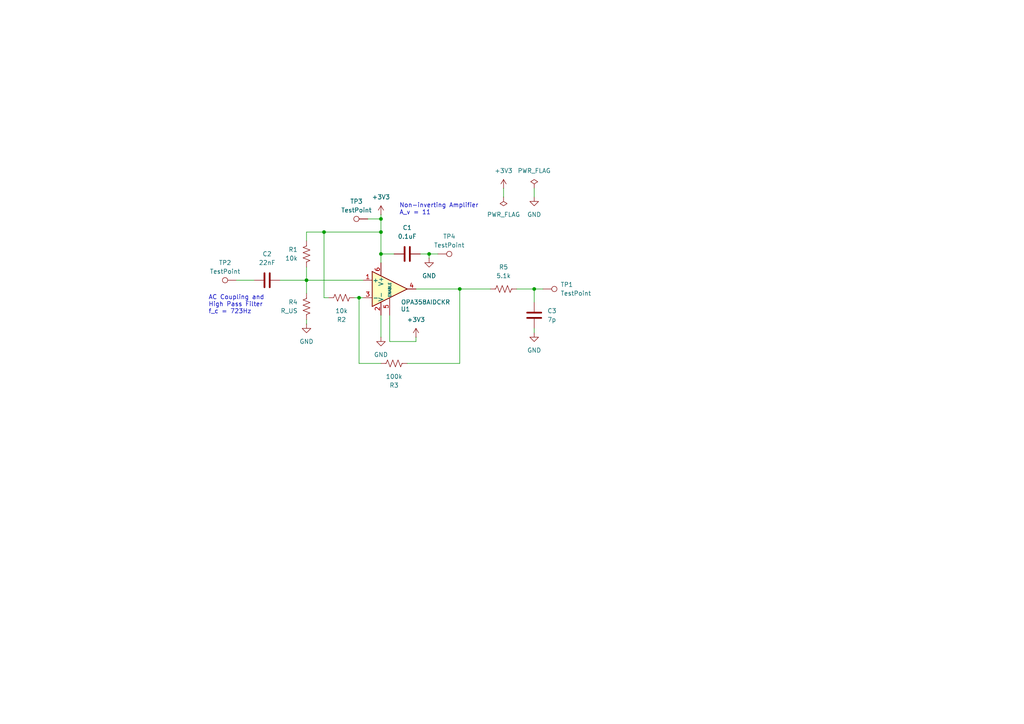
<source format=kicad_sch>
(kicad_sch (version 20231120) (generator "eeschema") (generator_version "8.0")
  (paper "A4")
  (lib_symbols
    (symbol "Connector:TestPoint" (pin_numbers hide) (pin_names (offset 0.762) hide)
      (property "Reference" "TP" (at 0 6.858 0))
      (property "Value" "TestPoint" (at 0 5.08 0))
      (symbol "TestPoint_0_1"
        (circle (center 0 3.302) (radius 0.762))
      )
      (symbol "TestPoint_1_1"
        (pin passive line (at 0 0 90) (length 2.54) (name "1") (number "1"))
      )
    )
    (symbol "Custom_Amplifier_Operational:OPA358AIDCKR" (pin_names (offset 0.127))
      (property "Reference" "U" (at 3.81 3.81 0))
      (property "Value" "OPA358AIDCKR" (at 3.81 -3.81 0))
      (symbol "OPA358AIDCKR_0_1"
        (polyline (pts (xy -5.08 5.08) (xy 5.08 0) (xy -5.08 -5.08) (xy -5.08 5.08)) (stroke (width 0.254)) (fill (type background)))
      )
      (symbol "OPA358AIDCKR_1_1"
        (pin input line (at -7.62 2.54 0) (length 2.54) (name "+") (number "1"))
        (pin power_in line (at -2.54 -7.62 90) (length 3.81) (name "V-") (number "2"))
        (pin input line (at -7.62 -2.54 0) (length 2.54) (name "-") (number "3"))
        (pin output line (at 7.62 0 180) (length 2.54) (name "~") (number "4"))
        (pin input line (at 0 -7.62 90) (length 5.08) (name "ENABLE") (number "5"))
        (pin power_in line (at -2.54 7.62 270) (length 3.81) (name "V+") (number "6"))
      )
    )
    (symbol "Device:C" (pin_numbers hide) (pin_names (offset 0.254))
      (property "Reference" "C" (at 0.635 2.54 0))
      (property "Value" "C" (at 0.635 -2.54 0))
      (symbol "C_0_1"
        (polyline (pts (xy -2.032 -0.762) (xy 2.032 -0.762)) (stroke (width 0.508)))
        (polyline (pts (xy -2.032 0.762) (xy 2.032 0.762)) (stroke (width 0.508)))
      )
      (symbol "C_1_1"
        (pin passive line (at 0 3.81 270) (length 2.794) (name "~") (number "1"))
        (pin passive line (at 0 -3.81 90) (length 2.794) (name "~") (number "2"))
      )
    )
    (symbol "Device:R_US" (pin_numbers hide) (pin_names (offset 0))
      (property "Reference" "R" (at 2.54 0 90))
      (property "Value" "R_US" (at -2.54 0 90))
      (symbol "R_US_0_1"
        (polyline (pts (xy 0 -2.286) (xy 0 -2.54)))
        (polyline (pts (xy 0 2.286) (xy 0 2.54)))
        (polyline (pts (xy 0 -0.762) (xy 1.016 -1.143) (xy 0 -1.524) (xy -1.016 -1.905) (xy 0 -2.286)))
        (polyline (pts (xy 0 0.762) (xy 1.016 0.381) (xy 0 0) (xy -1.016 -0.381) (xy 0 -0.762)))
        (polyline (pts (xy 0 2.286) (xy 1.016 1.905) (xy 0 1.524) (xy -1.016 1.143) (xy 0 0.762)))
      )
      (symbol "R_US_1_1"
        (pin passive line (at 0 3.81 270) (length 1.27) (name "~") (number "1"))
        (pin passive line (at 0 -3.81 90) (length 1.27) (name "~") (number "2"))
      )
    )
    (symbol "power:+3V3" (power) (pin_numbers hide) (pin_names (offset 0) hide)
      (property "Value" "+3V3" (at 0 3.556 0))
      (symbol "+3V3_0_1"
        (polyline (pts (xy -0.762 1.27) (xy 0 2.54)))
        (polyline (pts (xy 0 0) (xy 0 2.54)))
        (polyline (pts (xy 0 2.54) (xy 0.762 1.27)))
      )
      (symbol "+3V3_1_1"
        (pin power_in line (at 0 0 90) (length 0) (name "~") (number "1"))
      )
    )
    (symbol "power:GND" (power) (pin_numbers hide) (pin_names (offset 0) hide)
      (property "Value" "GND" (at 0 -3.81 0))
      (symbol "GND_0_1"
        (polyline (pts (xy 0 0) (xy 0 -1.27) (xy 1.27 -1.27) (xy 0 -2.54) (xy -1.27 -1.27) (xy 0 -1.27)))
      )
      (symbol "GND_1_1"
        (pin power_in line (at 0 0 270) (length 0) (name "~") (number "1"))
      )
    )
    (symbol "power:PWR_FLAG" (power) (pin_numbers hide) (pin_names (offset 0) hide)
      (property "Value" "PWR_FLAG" (at 0 3.81 0))
      (symbol "PWR_FLAG_0_0"
        (pin power_out line (at 0 0 90) (length 0) (name "~") (number "1"))
      )
      (symbol "PWR_FLAG_0_1"
        (polyline (pts (xy 0 0) (xy 0 1.27) (xy -1.016 1.905) (xy 0 2.54) (xy 1.016 1.905) (xy 0 1.27)))
      )
    )
  )
  (junction (at 110.49 63.5))
  (junction (at 154.94 83.82))
  (junction (at 88.9 81.28))
  (junction (at 110.49 67.31))
  (junction (at 124.46 73.66))
  (junction (at 93.98 67.31))
  (junction (at 104.14 86.36))
  (junction (at 110.49 73.66))
  (junction (at 133.35 83.82))
  (wire (pts (xy 146.05 54.61) (xy 146.05 57.15)))
  (wire (pts (xy 106.68 63.5) (xy 110.49 63.5)))
  (wire (pts (xy 93.98 67.31) (xy 110.49 67.31)))
  (wire (pts (xy 88.9 69.85) (xy 88.9 67.31)))
  (wire (pts (xy 104.14 86.36) (xy 104.14 105.41)))
  (wire (pts (xy 124.46 73.66) (xy 127 73.66)))
  (wire (pts (xy 154.94 83.82) (xy 154.94 87.63)))
  (wire (pts (xy 113.03 91.44) (xy 113.03 99.06)))
  (wire (pts (xy 88.9 67.31) (xy 93.98 67.31)))
  (wire (pts (xy 110.49 63.5) (xy 110.49 67.31)))
  (wire (pts (xy 133.35 83.82) (xy 133.35 105.41)))
  (wire (pts (xy 154.94 54.61) (xy 154.94 57.15)))
  (wire (pts (xy 102.87 86.36) (xy 104.14 86.36)))
  (wire (pts (xy 81.28 81.28) (xy 88.9 81.28)))
  (wire (pts (xy 149.86 83.82) (xy 154.94 83.82)))
  (wire (pts (xy 120.65 99.06) (xy 113.03 99.06)))
  (wire (pts (xy 133.35 105.41) (xy 118.11 105.41)))
  (wire (pts (xy 110.49 67.31) (xy 110.49 73.66)))
  (wire (pts (xy 88.9 77.47) (xy 88.9 81.28)))
  (wire (pts (xy 95.25 86.36) (xy 93.98 86.36)))
  (wire (pts (xy 154.94 95.25) (xy 154.94 96.52)))
  (wire (pts (xy 110.49 73.66) (xy 114.3 73.66)))
  (wire (pts (xy 133.35 83.82) (xy 142.24 83.82)))
  (wire (pts (xy 93.98 67.31) (xy 93.98 86.36)))
  (wire (pts (xy 110.49 62.23) (xy 110.49 63.5)))
  (wire (pts (xy 88.9 92.71) (xy 88.9 93.98)))
  (wire (pts (xy 88.9 81.28) (xy 88.9 85.09)))
  (wire (pts (xy 124.46 73.66) (xy 121.92 73.66)))
  (wire (pts (xy 124.46 74.93) (xy 124.46 73.66)))
  (wire (pts (xy 104.14 105.41) (xy 110.49 105.41)))
  (wire (pts (xy 110.49 73.66) (xy 110.49 76.2)))
  (wire (pts (xy 120.65 97.79) (xy 120.65 99.06)))
  (wire (pts (xy 154.94 83.82) (xy 157.48 83.82)))
  (wire (pts (xy 120.65 83.82) (xy 133.35 83.82)))
  (wire (pts (xy 68.58 81.28) (xy 73.66 81.28)))
  (wire (pts (xy 104.14 86.36) (xy 105.41 86.36)))
  (wire (pts (xy 88.9 81.28) (xy 105.41 81.28)))
  (wire (pts (xy 110.49 91.44) (xy 110.49 97.79)))
  (text "Non-inverting Amplifier\nA_v = 11" (at 115.824 60.706 0) (effects (font (size 1.27 1.27)) (justify left)))
  (text "AC Coupling and\nHigh Pass Filter\nf_c = 723Hz" (at 60.452 88.392 0) (effects (font (size 1.27 1.27)) (justify left)))
  (symbol (lib_id "power:GND") (at 124.46 74.93 0) (unit 1)
    (property "Reference" "#PWR02" (effects (hide yes)))
    (property "Value" "GND" (at 124.46 80.01 0))
    (property "Description" "Power symbol creates a global label with name \"GND\" , ground" (effects (hide yes)))
  )
  (symbol (lib_id "Connector:TestPoint") (at 68.58 81.28 90) (unit 1)
    (property "Reference" "TP2" (at 65.278 76.2 90))
    (property "Value" "TestPoint" (at 65.278 78.74 90))
    (property "Footprint" "TestPoint:TestPoint_Pad_2.0x2.0mm" (effects (hide yes)))
    (property "Description" "test point" (effects (hide yes)))
  )
  (symbol (lib_id "Connector:TestPoint") (at 127 73.66 270) (mirror x) (unit 1)
    (property "Reference" "TP4" (at 130.302 68.58 90))
    (property "Value" "TestPoint" (at 130.302 71.12 90))
    (property "Footprint" "TestPoint:TestPoint_Pad_2.0x2.0mm" (effects (hide yes)))
    (property "Description" "test point" (effects (hide yes)))
  )
  (symbol (lib_id "Device:R_US") (at 88.9 73.66 0) (mirror y) (unit 1)
    (property "Reference" "R1" (at 86.36 72.3899 0) (effects (justify left)))
    (property "Value" "10k" (at 86.36 74.9299 0) (effects (justify left)))
    (property "Footprint" "Resistor_SMD:R_0402_1005Metric" (effects (hide yes)))
    (property "Description" "Resistor, US symbol" (effects (hide yes)))
  )
  (symbol (lib_id "power:GND") (at 154.94 57.15 0) (unit 1)
    (property "Reference" "#PWR06" (effects (hide yes)))
    (property "Value" "GND" (at 154.94 62.23 0))
    (property "Description" "Power symbol creates a global label with name \"GND\" , ground" (effects (hide yes)))
  )
  (symbol (lib_id "power:+3V3") (at 120.65 97.79 0) (unit 1)
    (property "Reference" "#PWR03" (effects (hide yes)))
    (property "Value" "+3V3" (at 120.65 92.71 0))
    (property "Description" "Power symbol creates a global label with name \"+3V3\"" (effects (hide yes)))
  )
  (symbol (lib_id "Device:R_US") (at 146.05 83.82 90) (unit 1)
    (property "Reference" "R5" (at 146.05 77.47 90))
    (property "Value" "5.1k" (at 146.05 80.01 90))
    (property "Description" "Resistor, US symbol" (effects (hide yes)))
  )
  (symbol (lib_id "power:PWR_FLAG") (at 146.05 57.15 180) (unit 1)
    (property "Reference" "#FLG02" (effects (hide yes)))
    (property "Value" "PWR_FLAG" (at 146.05 62.23 0))
    (property "Description" "Special symbol for telling ERC where power comes from" (effects (hide yes)))
  )
  (symbol (lib_id "Custom_Amplifier_Operational:OPA358AIDCKR") (at 113.03 83.82 0) (unit 1)
    (property "Reference" "U1" (at 117.602 89.662 0))
    (property "Value" "OPA358AIDCKR" (at 123.444 87.63 0))
    (property "Footprint" "Package_TO_SOT_SMD:SOT-363_SC-70-6" (effects (hide yes)))
    (property "Datasheet" "https://www.ti.com/lit/ds/symlink/opa358.pdf" (effects (hide yes)))
    (property "Description" "80MHz, Rail to Rail Operational Amplifier, SC70-6" (effects (hide yes)))
  )
  (symbol (lib_id "Device:C") (at 154.94 91.44 0) (unit 1)
    (property "Reference" "C3" (at 158.75 90.1699 0) (effects (justify left)))
    (property "Value" "7p" (at 158.75 92.7099 0) (effects (justify left)))
    (property "Description" "Unpolarized capacitor" (effects (hide yes)))
  )
  (symbol (lib_id "Device:R_US") (at 114.3 105.41 90) (unit 1)
    (property "Reference" "R3" (at 114.3 111.76 90))
    (property "Value" "100k" (at 114.3 109.22 90))
    (property "Footprint" "Resistor_SMD:R_0402_1005Metric" (effects (hide yes)))
    (property "Description" "Resistor, US symbol" (effects (hide yes)))
  )
  (symbol (lib_id "Device:R_US") (at 88.9 88.9 0) (mirror y) (unit 1)
    (property "Reference" "R4" (at 86.36 87.6299 0) (effects (justify left)))
    (property "Value" "R_US" (at 86.36 90.1699 0) (effects (justify left)))
    (property "Description" "Resistor, US symbol" (effects (hide yes)))
  )
  (symbol (lib_id "Connector:TestPoint") (at 157.48 83.82 270) (unit 1)
    (property "Reference" "TP1" (at 162.56 82.5499 90) (effects (justify left)))
    (property "Value" "TestPoint" (at 162.56 85.0899 90) (effects (justify left)))
    (property "Footprint" "TestPoint:TestPoint_Pad_2.0x2.0mm" (effects (hide yes)))
    (property "Description" "test point" (effects (hide yes)))
  )
  (symbol (lib_id "power:PWR_FLAG") (at 154.94 54.61 0) (unit 1)
    (property "Reference" "#FLG01" (effects (hide yes)))
    (property "Value" "PWR_FLAG" (at 154.94 49.53 0))
    (property "Description" "Special symbol for telling ERC where power comes from" (effects (hide yes)))
  )
  (symbol (lib_id "power:GND") (at 88.9 93.98 0) (unit 1)
    (property "Reference" "#PWR07" (effects (hide yes)))
    (property "Value" "GND" (at 88.9 99.06 0))
    (property "Description" "Power symbol creates a global label with name \"GND\" , ground" (effects (hide yes)))
  )
  (symbol (lib_id "Device:R_US") (at 99.06 86.36 90) (unit 1)
    (property "Reference" "R2" (at 99.06 92.71 90))
    (property "Value" "10k" (at 99.06 90.17 90))
    (property "Footprint" "Resistor_SMD:R_0402_1005Metric" (effects (hide yes)))
    (property "Description" "Resistor, US symbol" (effects (hide yes)))
  )
  (symbol (lib_id "power:GND") (at 154.94 96.52 0) (unit 1)
    (property "Reference" "#PWR08" (effects (hide yes)))
    (property "Value" "GND" (at 154.94 101.6 0))
    (property "Description" "Power symbol creates a global label with name \"GND\" , ground" (effects (hide yes)))
  )
  (symbol (lib_id "Device:C") (at 118.11 73.66 90) (unit 1)
    (property "Reference" "C1" (at 118.11 66.04 90))
    (property "Value" "0.1uF" (at 118.11 68.58 90))
    (property "Footprint" "Capacitor_SMD:C_0402_1005Metric" (effects (hide yes)))
    (property "Description" "Unpolarized capacitor" (effects (hide yes)))
  )
  (symbol (lib_id "Device:C") (at 77.47 81.28 90) (unit 1)
    (property "Reference" "C2" (at 77.47 73.66 90))
    (property "Value" "22nF" (at 77.47 76.2 90))
    (property "Footprint" "Capacitor_SMD:C_0402_1005Metric" (effects (hide yes)))
    (property "Description" "Unpolarized capacitor" (effects (hide yes)))
  )
  (symbol (lib_id "power:+3V3") (at 146.05 54.61 0) (unit 1)
    (property "Reference" "#PWR05" (effects (hide yes)))
    (property "Value" "+3V3" (at 146.05 49.53 0))
    (property "Description" "Power symbol creates a global label with name \"+3V3\"" (effects (hide yes)))
  )
  (symbol (lib_id "Connector:TestPoint") (at 106.68 63.5 90) (unit 1)
    (property "Reference" "TP3" (at 103.378 58.42 90))
    (property "Value" "TestPoint" (at 103.378 60.96 90))
    (property "Footprint" "TestPoint:TestPoint_Pad_2.0x2.0mm" (effects (hide yes)))
    (property "Description" "test point" (effects (hide yes)))
  )
  (symbol (lib_id "power:+3V3") (at 110.49 62.23 0) (unit 1)
    (property "Reference" "#PWR01" (effects (hide yes)))
    (property "Value" "+3V3" (at 110.49 57.15 0))
    (property "Description" "Power symbol creates a global label with name \"+3V3\"" (effects (hide yes)))
  )
  (symbol (lib_id "power:GND") (at 110.49 97.79 0) (unit 1)
    (property "Reference" "#PWR04" (effects (hide yes)))
    (property "Value" "GND" (at 110.49 102.87 0))
    (property "Description" "Power symbol creates a global label with name \"GND\" , ground" (effects (hide yes)))
  )
)
</source>
